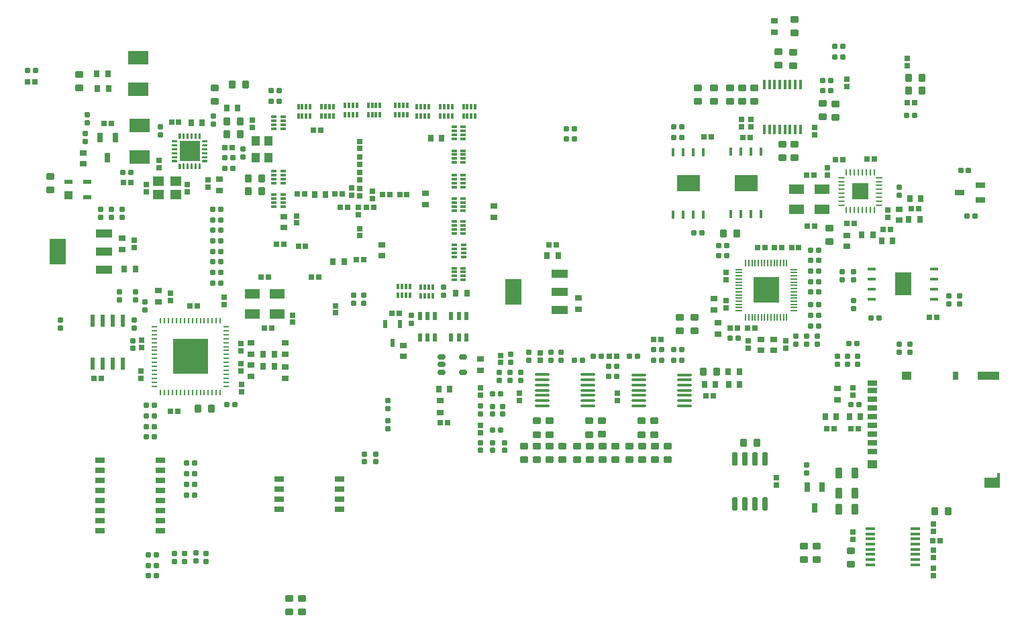
<source format=gbp>
G04*
G04 #@! TF.GenerationSoftware,Altium Limited,Altium Designer,23.10.1 (27)*
G04*
G04 Layer_Color=128*
%FSLAX44Y44*%
%MOMM*%
G71*
G04*
G04 #@! TF.SameCoordinates,B86BD226-0E7F-4409-BC4F-A9AD3D2462E1*
G04*
G04*
G04 #@! TF.FilePolarity,Positive*
G04*
G01*
G75*
%ADD29R,0.6400X0.6400*%
%ADD30R,0.9500X0.7500*%
G04:AMPARAMS|DCode=39|XSize=0.6mm|YSize=0.6mm|CornerRadius=0.06mm|HoleSize=0mm|Usage=FLASHONLY|Rotation=90.000|XOffset=0mm|YOffset=0mm|HoleType=Round|Shape=RoundedRectangle|*
%AMROUNDEDRECTD39*
21,1,0.6000,0.4800,0,0,90.0*
21,1,0.4800,0.6000,0,0,90.0*
1,1,0.1200,0.2400,0.2400*
1,1,0.1200,0.2400,-0.2400*
1,1,0.1200,-0.2400,-0.2400*
1,1,0.1200,-0.2400,0.2400*
%
%ADD39ROUNDEDRECTD39*%
%ADD40R,0.7500X0.9500*%
%ADD45R,0.8000X1.0000*%
%ADD49R,0.6000X1.5500*%
G04:AMPARAMS|DCode=54|XSize=0.6mm|YSize=0.6mm|CornerRadius=0.06mm|HoleSize=0mm|Usage=FLASHONLY|Rotation=180.000|XOffset=0mm|YOffset=0mm|HoleType=Round|Shape=RoundedRectangle|*
%AMROUNDEDRECTD54*
21,1,0.6000,0.4800,0,0,180.0*
21,1,0.4800,0.6000,0,0,180.0*
1,1,0.1200,-0.2400,0.2400*
1,1,0.1200,0.2400,0.2400*
1,1,0.1200,0.2400,-0.2400*
1,1,0.1200,-0.2400,-0.2400*
%
%ADD54ROUNDEDRECTD54*%
G04:AMPARAMS|DCode=58|XSize=1mm|YSize=0.9mm|CornerRadius=0.1125mm|HoleSize=0mm|Usage=FLASHONLY|Rotation=0.000|XOffset=0mm|YOffset=0mm|HoleType=Round|Shape=RoundedRectangle|*
%AMROUNDEDRECTD58*
21,1,1.0000,0.6750,0,0,0.0*
21,1,0.7750,0.9000,0,0,0.0*
1,1,0.2250,0.3875,-0.3375*
1,1,0.2250,-0.3875,-0.3375*
1,1,0.2250,-0.3875,0.3375*
1,1,0.2250,0.3875,0.3375*
%
%ADD58ROUNDEDRECTD58*%
%ADD136R,0.6000X1.0000*%
%ADD137R,0.6400X0.6400*%
G04:AMPARAMS|DCode=138|XSize=1.05mm|YSize=0.6mm|CornerRadius=0.15mm|HoleSize=0mm|Usage=FLASHONLY|Rotation=180.000|XOffset=0mm|YOffset=0mm|HoleType=Round|Shape=RoundedRectangle|*
%AMROUNDEDRECTD138*
21,1,1.0500,0.3000,0,0,180.0*
21,1,0.7500,0.6000,0,0,180.0*
1,1,0.3000,-0.3750,0.1500*
1,1,0.3000,0.3750,0.1500*
1,1,0.3000,0.3750,-0.1500*
1,1,0.3000,-0.3750,-0.1500*
%
%ADD138ROUNDEDRECTD138*%
%ADD139O,2.0000X0.3500*%
G04:AMPARAMS|DCode=140|XSize=0.4mm|YSize=1.2mm|CornerRadius=0.05mm|HoleSize=0mm|Usage=FLASHONLY|Rotation=180.000|XOffset=0mm|YOffset=0mm|HoleType=Round|Shape=RoundedRectangle|*
%AMROUNDEDRECTD140*
21,1,0.4000,1.1000,0,0,180.0*
21,1,0.3000,1.2000,0,0,180.0*
1,1,0.1000,-0.1500,0.5500*
1,1,0.1000,0.1500,0.5500*
1,1,0.1000,0.1500,-0.5500*
1,1,0.1000,-0.1500,-0.5500*
%
%ADD140ROUNDEDRECTD140*%
%ADD141R,1.2000X0.6500*%
G04:AMPARAMS|DCode=142|XSize=0.8078mm|YSize=0.2393mm|CornerRadius=0.1196mm|HoleSize=0mm|Usage=FLASHONLY|Rotation=180.000|XOffset=0mm|YOffset=0mm|HoleType=Round|Shape=RoundedRectangle|*
%AMROUNDEDRECTD142*
21,1,0.8078,0.0000,0,0,180.0*
21,1,0.5686,0.2393,0,0,180.0*
1,1,0.2393,-0.2843,0.0000*
1,1,0.2393,0.2843,0.0000*
1,1,0.2393,0.2843,0.0000*
1,1,0.2393,-0.2843,0.0000*
%
%ADD142ROUNDEDRECTD142*%
G04:AMPARAMS|DCode=143|XSize=0.2393mm|YSize=0.8078mm|CornerRadius=0.1196mm|HoleSize=0mm|Usage=FLASHONLY|Rotation=180.000|XOffset=0mm|YOffset=0mm|HoleType=Round|Shape=RoundedRectangle|*
%AMROUNDEDRECTD143*
21,1,0.2393,0.5686,0,0,180.0*
21,1,0.0000,0.8078,0,0,180.0*
1,1,0.2393,0.0000,0.2843*
1,1,0.2393,0.0000,0.2843*
1,1,0.2393,0.0000,-0.2843*
1,1,0.2393,0.0000,-0.2843*
%
%ADD143ROUNDEDRECTD143*%
%ADD144R,1.9000X1.2000*%
G04:AMPARAMS|DCode=147|XSize=1.0611mm|YSize=0.3925mm|CornerRadius=0.1962mm|HoleSize=0mm|Usage=FLASHONLY|Rotation=90.000|XOffset=0mm|YOffset=0mm|HoleType=Round|Shape=RoundedRectangle|*
%AMROUNDEDRECTD147*
21,1,1.0611,0.0000,0,0,90.0*
21,1,0.6686,0.3925,0,0,90.0*
1,1,0.3925,0.0000,0.3343*
1,1,0.3925,0.0000,-0.3343*
1,1,0.3925,0.0000,-0.3343*
1,1,0.3925,0.0000,0.3343*
%
%ADD147ROUNDEDRECTD147*%
G04:AMPARAMS|DCode=149|XSize=1.0611mm|YSize=0.3925mm|CornerRadius=0.1962mm|HoleSize=0mm|Usage=FLASHONLY|Rotation=0.000|XOffset=0mm|YOffset=0mm|HoleType=Round|Shape=RoundedRectangle|*
%AMROUNDEDRECTD149*
21,1,1.0611,0.0000,0,0,0.0*
21,1,0.6686,0.3925,0,0,0.0*
1,1,0.3925,0.3343,0.0000*
1,1,0.3925,-0.3343,0.0000*
1,1,0.3925,-0.3343,0.0000*
1,1,0.3925,0.3343,0.0000*
%
%ADD149ROUNDEDRECTD149*%
%ADD150R,2.8000X1.0000*%
%ADD151R,1.2000X1.0000*%
%ADD152R,3.2000X3.2000*%
%ADD153R,0.2000X0.8500*%
%ADD154R,0.9500X0.8000*%
%ADD155C,1.1447*%
%ADD156R,1.2000X0.7000*%
G04:AMPARAMS|DCode=157|XSize=1mm|YSize=0.9mm|CornerRadius=0.1125mm|HoleSize=0mm|Usage=FLASHONLY|Rotation=270.000|XOffset=0mm|YOffset=0mm|HoleType=Round|Shape=RoundedRectangle|*
%AMROUNDEDRECTD157*
21,1,1.0000,0.6750,0,0,270.0*
21,1,0.7750,0.9000,0,0,270.0*
1,1,0.2250,-0.3375,-0.3875*
1,1,0.2250,-0.3375,0.3875*
1,1,0.2250,0.3375,0.3875*
1,1,0.2250,0.3375,-0.3875*
%
%ADD157ROUNDEDRECTD157*%
G04:AMPARAMS|DCode=158|XSize=0.4mm|YSize=1.2mm|CornerRadius=0.05mm|HoleSize=0mm|Usage=FLASHONLY|Rotation=90.000|XOffset=0mm|YOffset=0mm|HoleType=Round|Shape=RoundedRectangle|*
%AMROUNDEDRECTD158*
21,1,0.4000,1.1000,0,0,90.0*
21,1,0.3000,1.2000,0,0,90.0*
1,1,0.1000,0.5500,0.1500*
1,1,0.1000,0.5500,-0.1500*
1,1,0.1000,-0.5500,-0.1500*
1,1,0.1000,-0.5500,0.1500*
%
%ADD158ROUNDEDRECTD158*%
%ADD159R,0.6500X1.2000*%
%ADD160R,2.1500X1.0000*%
G04:AMPARAMS|DCode=161|XSize=0.65mm|YSize=1.65mm|CornerRadius=0.0488mm|HoleSize=0mm|Usage=FLASHONLY|Rotation=0.000|XOffset=0mm|YOffset=0mm|HoleType=Round|Shape=RoundedRectangle|*
%AMROUNDEDRECTD161*
21,1,0.6500,1.5525,0,0,0.0*
21,1,0.5525,1.6500,0,0,0.0*
1,1,0.0975,0.2763,-0.7763*
1,1,0.0975,-0.2763,-0.7763*
1,1,0.0975,-0.2763,0.7763*
1,1,0.0975,0.2763,0.7763*
%
%ADD161ROUNDEDRECTD161*%
%ADD162R,1.1000X1.3000*%
%ADD163R,2.5000X2.5000*%
%ADD164R,1.4000X1.2000*%
%ADD165R,1.0000X1.0000*%
%ADD166O,0.7500X0.2500*%
%ADD167R,4.5000X4.5000*%
%ADD168O,0.2500X0.7500*%
%ADD169R,0.6500X0.3000*%
%ADD170R,0.3000X0.6500*%
%ADD171R,0.6400X0.9200*%
%ADD172R,2.1500X3.2500*%
%ADD173R,0.3925X1.0611*%
%ADD174R,1.0611X0.3925*%
%ADD175R,0.8078X0.2393*%
%ADD176C,0.2520*%
%ADD177R,1.2700X0.7600*%
%ADD178R,0.8500X0.2000*%
%ADD179R,2.5000X1.7000*%
%ADD180R,1.0000X0.6000*%
G04:AMPARAMS|DCode=181|XSize=1.3mm|YSize=0.8mm|CornerRadius=0.1mm|HoleSize=0mm|Usage=FLASHONLY|Rotation=90.000|XOffset=0mm|YOffset=0mm|HoleType=Round|Shape=RoundedRectangle|*
%AMROUNDEDRECTD181*
21,1,1.3000,0.6000,0,0,90.0*
21,1,1.1000,0.8000,0,0,90.0*
1,1,0.2000,0.3000,0.5500*
1,1,0.2000,0.3000,-0.5500*
1,1,0.2000,-0.3000,-0.5500*
1,1,0.2000,-0.3000,0.5500*
%
%ADD181ROUNDEDRECTD181*%
%ADD182R,0.9200X0.6400*%
%ADD214R,2.9724X2.0724*%
%ADD215R,2.0724X2.9724*%
%ADD216R,2.0239X2.0239*%
G36*
X633280Y887807D02*
X633674Y887413D01*
X633887Y886898D01*
Y886620D01*
Y886341D01*
X633674Y885827D01*
X633280Y885433D01*
X632766Y885220D01*
X626987D01*
Y888020D01*
X632766D01*
X633280Y887807D01*
D02*
G37*
G36*
X632487Y893020D02*
X632766D01*
X633280Y892807D01*
X633674Y892413D01*
X633887Y891898D01*
Y891620D01*
Y891341D01*
X633674Y890827D01*
X633280Y890433D01*
X632766Y890220D01*
X626987D01*
Y893020D01*
X632487D01*
Y893020D01*
D02*
G37*
G36*
X633280Y897807D02*
X633674Y897413D01*
X633887Y896898D01*
Y896620D01*
Y896341D01*
X633674Y895827D01*
X633280Y895433D01*
X632766Y895220D01*
X626987D01*
Y898020D01*
X632766D01*
X633280Y897807D01*
D02*
G37*
G36*
X637556Y883532D02*
X637949Y883138D01*
X638162Y882624D01*
Y882345D01*
Y876845D01*
X635363D01*
Y882345D01*
Y882624D01*
X635576Y883138D01*
X635970Y883532D01*
X636484Y883745D01*
X637041D01*
X637556Y883532D01*
D02*
G37*
G36*
X642555D02*
X642949Y883138D01*
X643163Y882624D01*
Y882345D01*
X643163Y876845D01*
X640362D01*
Y882345D01*
Y882624D01*
X640576Y883138D01*
X640969Y883532D01*
X641484Y883745D01*
X642041D01*
X642555Y883532D01*
D02*
G37*
G36*
X647556D02*
X647949Y883138D01*
X648163Y882624D01*
Y882345D01*
Y876845D01*
X645362D01*
Y882345D01*
Y882624D01*
X645576Y883138D01*
X645969Y883532D01*
X646484Y883745D01*
X647041D01*
X647556Y883532D01*
D02*
G37*
G36*
X633280Y902807D02*
X633674Y902413D01*
X633887Y901898D01*
Y901620D01*
Y901341D01*
X633674Y900827D01*
X633280Y900433D01*
X632766Y900220D01*
X626987D01*
Y903020D01*
X632766D01*
X633280Y902807D01*
D02*
G37*
G36*
Y907807D02*
X633674Y907413D01*
X633887Y906898D01*
Y906620D01*
Y906341D01*
X633674Y905827D01*
X633280Y905433D01*
X632766Y905220D01*
X632487D01*
X626987Y905220D01*
Y908020D01*
X632766D01*
X633280Y907807D01*
D02*
G37*
G36*
Y912807D02*
X633674Y912413D01*
X633887Y911898D01*
Y911620D01*
Y911341D01*
X633674Y910827D01*
X633280Y910433D01*
X632766Y910220D01*
X626987D01*
Y913020D01*
X632766D01*
X633280Y912807D01*
D02*
G37*
G36*
X638162Y915895D02*
Y915617D01*
X637949Y915102D01*
X637556Y914708D01*
X637041Y914495D01*
X636484D01*
X635970Y914708D01*
X635576Y915102D01*
X635363Y915617D01*
Y915895D01*
Y921395D01*
X638162D01*
Y915895D01*
D02*
G37*
G36*
X643163D02*
X643163D01*
Y915617D01*
X642949Y915102D01*
X642555Y914708D01*
X642041Y914495D01*
X641484D01*
X640969Y914708D01*
X640576Y915102D01*
X640362Y915617D01*
Y915895D01*
Y921395D01*
X643163D01*
Y915895D01*
D02*
G37*
G36*
X648163D02*
Y915617D01*
X647949Y915102D01*
X647556Y914708D01*
X647041Y914495D01*
X646484D01*
X645969Y914708D01*
X645576Y915102D01*
X645362Y915617D01*
Y915895D01*
Y921395D01*
X648163D01*
Y915895D01*
D02*
G37*
G36*
X663163D02*
Y915617D01*
X662949Y915102D01*
X662555Y914708D01*
X662041Y914495D01*
X661484D01*
X660969Y914708D01*
X660576Y915102D01*
X660362Y915617D01*
Y915895D01*
Y921395D01*
X663163D01*
Y915895D01*
D02*
G37*
G36*
X658163D02*
Y915617D01*
X657949Y915102D01*
X657556Y914708D01*
X657041Y914495D01*
X656484D01*
X655969Y914708D01*
X655576Y915102D01*
X655362Y915617D01*
Y915895D01*
X655362Y921395D01*
X658163D01*
Y915895D01*
D02*
G37*
G36*
X653163D02*
Y915617D01*
X652949Y915102D01*
X652555Y914708D01*
X652041Y914495D01*
X651484D01*
X650969Y914708D01*
X650576Y915102D01*
X650362Y915617D01*
Y915895D01*
Y921395D01*
X653163D01*
Y915895D01*
D02*
G37*
G36*
X671537Y910220D02*
X665759D01*
X665245Y910433D01*
X664851Y910827D01*
X664638Y911341D01*
Y911620D01*
Y911898D01*
X664851Y912413D01*
X665245Y912807D01*
X665759Y913020D01*
X671537D01*
Y910220D01*
D02*
G37*
G36*
Y905220D02*
X666038D01*
Y905220D01*
X665759D01*
X665245Y905433D01*
X664851Y905827D01*
X664638Y906341D01*
Y906620D01*
Y906898D01*
X664851Y907413D01*
X665245Y907807D01*
X665759Y908020D01*
X671537D01*
Y905220D01*
D02*
G37*
G36*
Y900220D02*
X665759D01*
X665245Y900433D01*
X664851Y900827D01*
X664638Y901341D01*
Y901620D01*
Y901898D01*
X664851Y902413D01*
X665245Y902807D01*
X665759Y903020D01*
X671537D01*
Y900220D01*
D02*
G37*
G36*
Y895220D02*
X665759D01*
X665245Y895433D01*
X664851Y895827D01*
X664638Y896341D01*
Y896620D01*
Y896898D01*
X664851Y897413D01*
X665245Y897807D01*
X665759Y898020D01*
X671537D01*
Y895220D01*
D02*
G37*
G36*
Y890220D02*
X665759D01*
X665245Y890433D01*
X664851Y890827D01*
X664638Y891341D01*
Y891620D01*
Y891898D01*
X664851Y892413D01*
X665245Y892807D01*
X665759Y893020D01*
X666038D01*
X671537Y893020D01*
Y890220D01*
D02*
G37*
G36*
Y885220D02*
X665759D01*
X665245Y885433D01*
X664851Y885827D01*
X664638Y886341D01*
Y886620D01*
Y886898D01*
X664851Y887413D01*
X665245Y887807D01*
X665759Y888020D01*
X671537D01*
Y885220D01*
D02*
G37*
G36*
X662555Y883532D02*
X662949Y883138D01*
X663163Y882624D01*
Y882345D01*
Y876845D01*
X660362D01*
Y882345D01*
Y882624D01*
X660576Y883138D01*
X660969Y883532D01*
X661484Y883745D01*
X662041D01*
X662555Y883532D01*
D02*
G37*
G36*
X657556D02*
X657949Y883138D01*
X658163Y882624D01*
Y882345D01*
Y876845D01*
X655362D01*
Y882345D01*
X655362D01*
Y882624D01*
X655576Y883138D01*
X655969Y883532D01*
X656484Y883745D01*
X657041D01*
X657556Y883532D01*
D02*
G37*
G36*
X652555D02*
X652949Y883138D01*
X653163Y882624D01*
Y882345D01*
Y876845D01*
X650362D01*
Y882345D01*
Y882624D01*
X650576Y883138D01*
X650969Y883532D01*
X651484Y883745D01*
X652041D01*
X652555Y883532D01*
D02*
G37*
G36*
X1671350Y474346D02*
X1652350D01*
Y487346D01*
X1666350D01*
X1667850Y488846D01*
Y492846D01*
X1671350D01*
Y474346D01*
D02*
G37*
D29*
X1453725Y869139D02*
D03*
Y878339D02*
D03*
X728000Y938600D02*
D03*
Y929400D02*
D03*
X864000Y862730D02*
D03*
Y871930D02*
D03*
Y842400D02*
D03*
Y851600D02*
D03*
X854000Y843400D02*
D03*
Y852600D02*
D03*
X861963Y819360D02*
D03*
Y828560D02*
D03*
X1065324Y584600D02*
D03*
X1188720Y584680D02*
D03*
X1554480Y1016000D02*
D03*
X1478280Y990120D02*
D03*
X1437640Y929160D02*
D03*
X1357652Y939320D02*
D03*
X1345473D02*
D03*
X1530350Y825020D02*
D03*
X880000Y839400D02*
D03*
X1485900Y600776D02*
D03*
X1401587Y659920D02*
D03*
X1354370Y650720D02*
D03*
X1485900Y409420D02*
D03*
X1587500Y363700D02*
D03*
X1389380Y478000D02*
D03*
X1325880Y737080D02*
D03*
Y701520D02*
D03*
X864000Y902400D02*
D03*
Y891600D02*
D03*
Y801600D02*
D03*
X784000Y808480D02*
D03*
X610870Y878050D02*
D03*
X672467Y853534D02*
D03*
X646430Y856770D02*
D03*
X594795Y847570D02*
D03*
X579000Y786600D02*
D03*
X833000Y704200D02*
D03*
X779331Y683177D02*
D03*
X693000Y714600D02*
D03*
X714000Y647400D02*
D03*
Y622000D02*
D03*
X715000Y595800D02*
D03*
X625000Y719600D02*
D03*
X589000Y660600D02*
D03*
X588000Y612400D02*
D03*
X1485900Y591576D02*
D03*
X1530350Y815820D02*
D03*
X1478280Y980920D02*
D03*
X1554480Y1006800D02*
D03*
X693000Y705400D02*
D03*
X589000Y651400D02*
D03*
X715000Y605000D02*
D03*
X588000Y621600D02*
D03*
X1016000Y544196D02*
D03*
X784000Y817679D02*
D03*
X880000Y848600D02*
D03*
X1016000Y590945D02*
D03*
X1091578Y635480D02*
D03*
X1041400Y641585D02*
D03*
X625000Y710400D02*
D03*
X864000Y792400D02*
D03*
Y911600D02*
D03*
Y882400D02*
D03*
X1389380Y487200D02*
D03*
X1485900Y418620D02*
D03*
X1325880Y710720D02*
D03*
Y746280D02*
D03*
X1016000Y553396D02*
D03*
X1091578Y644680D02*
D03*
X1016000Y600144D02*
D03*
X1041400Y632385D02*
D03*
X779331Y692377D02*
D03*
X1401587Y650720D02*
D03*
X1354370Y659920D02*
D03*
X833000Y695000D02*
D03*
X1345473Y930120D02*
D03*
X1357652D02*
D03*
X1437640Y919960D02*
D03*
X579000Y777400D02*
D03*
X1587500Y419580D02*
D03*
Y428780D02*
D03*
Y395760D02*
D03*
Y386560D02*
D03*
Y372900D02*
D03*
X1065324Y593800D02*
D03*
X1188720Y593880D02*
D03*
X714000Y656600D02*
D03*
Y631200D02*
D03*
X646430Y847570D02*
D03*
X594795Y856770D02*
D03*
X610870Y887250D02*
D03*
X672467Y862735D02*
D03*
D30*
X1016000Y636920D02*
D03*
X919000Y640000D02*
D03*
X1386840Y1049640D02*
D03*
X1544320Y826150D02*
D03*
X947000Y846000D02*
D03*
X1033000Y830000D02*
D03*
X1478280Y779130D02*
D03*
X1466850Y599578D02*
D03*
X892000Y767000D02*
D03*
X1310640Y699120D02*
D03*
X1315720Y668640D02*
D03*
X1140000Y714000D02*
D03*
X768000Y802482D02*
D03*
X514682Y883270D02*
D03*
X686816Y849488D02*
D03*
X564000Y789000D02*
D03*
X769620Y657240D02*
D03*
X726440Y615300D02*
D03*
Y643240D02*
D03*
X769620Y612760D02*
D03*
X610000Y723000D02*
D03*
X1466850Y585578D02*
D03*
X1544320Y812150D02*
D03*
X947000Y832000D02*
D03*
X1478280Y793130D02*
D03*
X768000Y816481D02*
D03*
X1033000Y816000D02*
D03*
X769620Y626760D02*
D03*
Y643240D02*
D03*
X1140000Y700000D02*
D03*
X1310640Y713120D02*
D03*
X892000Y781000D02*
D03*
X919000Y654000D02*
D03*
X1315720Y682640D02*
D03*
X1386840Y1063640D02*
D03*
X564000Y775000D02*
D03*
X1016000Y622920D02*
D03*
X610000Y709000D02*
D03*
X726440Y657240D02*
D03*
Y629300D02*
D03*
X686816Y863488D02*
D03*
X514682Y897270D02*
D03*
D39*
X1124590Y927689D02*
D03*
X1134590D02*
D03*
Y914400D02*
D03*
X1124590D02*
D03*
X1178165Y627968D02*
D03*
X1158320Y640080D02*
D03*
X1269920Y635351D02*
D03*
Y648639D02*
D03*
X1473120Y1017952D02*
D03*
X1564080Y944484D02*
D03*
X703500Y877392D02*
D03*
X565230Y872364D02*
D03*
X454580Y1000760D02*
D03*
X1632000Y875000D02*
D03*
X1622000D02*
D03*
X1640000Y817000D02*
D03*
X1630000D02*
D03*
X688345Y732766D02*
D03*
X678345D02*
D03*
Y746055D02*
D03*
X688345D02*
D03*
X678345Y759343D02*
D03*
X688345D02*
D03*
X678345Y772632D02*
D03*
X688345D02*
D03*
X678505Y785920D02*
D03*
X688505D02*
D03*
X678345Y799209D02*
D03*
X688345D02*
D03*
X678345Y812497D02*
D03*
X688345D02*
D03*
X678345Y825786D02*
D03*
X688345D02*
D03*
X604440Y578399D02*
D03*
X594440D02*
D03*
X604440Y565110D02*
D03*
X594440D02*
D03*
X604440Y551768D02*
D03*
X594440D02*
D03*
X604440Y538480D02*
D03*
X594440D02*
D03*
X655320Y505460D02*
D03*
X645320D02*
D03*
X655240Y492172D02*
D03*
X645240D02*
D03*
X655320Y478883D02*
D03*
X645320D02*
D03*
X655240Y464820D02*
D03*
X645240D02*
D03*
X607060Y363220D02*
D03*
X597060D02*
D03*
X606980Y376508D02*
D03*
X596980D02*
D03*
X606980Y389797D02*
D03*
X596980D02*
D03*
X1490900Y656035D02*
D03*
X1480900D02*
D03*
X1493440Y579120D02*
D03*
X1483440D02*
D03*
X1554080Y944484D02*
D03*
X1168320Y640080D02*
D03*
X1442640Y761226D02*
D03*
X1432640D02*
D03*
X703500Y890680D02*
D03*
X693500D02*
D03*
X1518840Y688366D02*
D03*
X1442640Y692057D02*
D03*
X1285320Y796306D02*
D03*
X1259920Y929640D02*
D03*
Y916234D02*
D03*
X751920Y962072D02*
D03*
X1331040Y662906D02*
D03*
X1031320Y546810D02*
D03*
X1234520Y648639D02*
D03*
X1031320Y592530D02*
D03*
X1442640Y678768D02*
D03*
X1259920Y648639D02*
D03*
X1204040Y640351D02*
D03*
X1508840Y688366D02*
D03*
X1341040Y662906D02*
D03*
X761920Y975360D02*
D03*
X751920D02*
D03*
X761920Y962072D02*
D03*
X1317070Y780368D02*
D03*
X1327070D02*
D03*
X1442640Y774514D02*
D03*
X1432640D02*
D03*
X1317150Y767080D02*
D03*
X1327150D02*
D03*
X1442640Y747937D02*
D03*
X1432640D02*
D03*
X1442560Y734649D02*
D03*
X1432560D02*
D03*
X1269920Y916234D02*
D03*
X1442560Y721360D02*
D03*
X1432560D02*
D03*
X1442640Y705346D02*
D03*
X1432640D02*
D03*
X1269920Y929640D02*
D03*
X1432640Y692057D02*
D03*
X1295320Y796306D02*
D03*
X1432640Y678768D02*
D03*
X1473120Y1031240D02*
D03*
X1463120D02*
D03*
Y1017952D02*
D03*
X1447880Y975360D02*
D03*
X1457880D02*
D03*
X1447880Y988649D02*
D03*
X1457880D02*
D03*
X1244520Y648639D02*
D03*
X1234600Y635351D02*
D03*
X1244600D02*
D03*
X1259920D02*
D03*
X1214040Y640351D02*
D03*
X1145031Y635472D02*
D03*
X1135032D02*
D03*
X1178165Y614680D02*
D03*
X1188165D02*
D03*
Y627968D02*
D03*
X1041320Y546810D02*
D03*
Y592530D02*
D03*
X696040Y579120D02*
D03*
X706040D02*
D03*
X575230Y872364D02*
D03*
X693500Y877392D02*
D03*
X444580Y1000760D02*
D03*
D40*
X977280Y598869D02*
D03*
X1312645Y604496D02*
D03*
X1557640Y839470D02*
D03*
X967120Y915670D02*
D03*
X1536080Y785760D02*
D03*
X1343040Y604496D02*
D03*
X1481440Y563880D02*
D03*
X1450960D02*
D03*
X1114000Y767000D02*
D03*
X998870Y719563D02*
D03*
X821000Y844000D02*
D03*
X710100Y953180D02*
D03*
X664860Y934720D02*
D03*
X532100Y996950D02*
D03*
X532750Y977900D02*
D03*
X829921Y760000D02*
D03*
X581000Y750000D02*
D03*
X1571640Y839470D02*
D03*
X1522080Y785760D02*
D03*
X1100000Y767000D02*
D03*
X843921Y760000D02*
D03*
X984870Y719563D02*
D03*
X1464960Y563880D02*
D03*
X1495440D02*
D03*
X953120Y915670D02*
D03*
X807000Y844000D02*
D03*
X567000Y750000D02*
D03*
X1329040Y604496D02*
D03*
X1298645Y604496D02*
D03*
X963280Y598869D02*
D03*
X696100Y953180D02*
D03*
X650860Y934720D02*
D03*
X546100Y996950D02*
D03*
X546750Y977900D02*
D03*
D45*
X1615850Y615846D02*
D03*
D49*
X527050Y684860D02*
D03*
X539750D02*
D03*
X552450D02*
D03*
X565150D02*
D03*
X552450Y630860D02*
D03*
X527050D02*
D03*
X539750D02*
D03*
X565150D02*
D03*
D54*
X593000Y699000D02*
D03*
Y709000D02*
D03*
X929000Y692000D02*
D03*
Y682000D02*
D03*
X899160Y548720D02*
D03*
X1031240Y521490D02*
D03*
X1016000D02*
D03*
X1031240Y567210D02*
D03*
X1016000Y567290D02*
D03*
X1053512Y609680D02*
D03*
X1040223D02*
D03*
X1118188Y635472D02*
D03*
X1076960D02*
D03*
X1544320Y843360D02*
D03*
X1427480Y502840D02*
D03*
X716788Y901907D02*
D03*
X520000Y945000D02*
D03*
X486000Y676000D02*
D03*
Y686000D02*
D03*
X560796Y721608D02*
D03*
X560796Y711608D02*
D03*
X580810Y711280D02*
D03*
Y721280D02*
D03*
X550592Y825565D02*
D03*
Y815565D02*
D03*
X563880Y825420D02*
D03*
Y815420D02*
D03*
X537303Y825565D02*
D03*
Y815565D02*
D03*
X969556Y717630D02*
D03*
Y727630D02*
D03*
X884000Y517000D02*
D03*
Y507000D02*
D03*
X870000Y517000D02*
D03*
Y507000D02*
D03*
X579120Y675720D02*
D03*
Y685720D02*
D03*
X1466850Y640000D02*
D03*
Y630000D02*
D03*
X1479550Y640000D02*
D03*
Y630000D02*
D03*
X1492250Y640000D02*
D03*
Y630000D02*
D03*
X1544320Y655240D02*
D03*
Y645240D02*
D03*
X1558290Y645160D02*
D03*
Y655160D02*
D03*
X1544320Y853360D02*
D03*
X630000Y391000D02*
D03*
Y381000D02*
D03*
X643000Y391000D02*
D03*
Y381000D02*
D03*
X657000Y392000D02*
D03*
Y382000D02*
D03*
X670000Y381000D02*
D03*
Y391000D02*
D03*
X1487186Y710263D02*
D03*
Y700263D02*
D03*
X716788Y891907D02*
D03*
X1016000Y531490D02*
D03*
X1487170Y746680D02*
D03*
X1016000Y577290D02*
D03*
X1104900Y635472D02*
D03*
X869259Y717062D02*
D03*
X855971Y716982D02*
D03*
X1054134Y642969D02*
D03*
X1607114Y706200D02*
D03*
X1472635Y746765D02*
D03*
X1414321Y655320D02*
D03*
X1076960Y645472D02*
D03*
X1620520Y706200D02*
D03*
X1440898Y655320D02*
D03*
X1040223Y619680D02*
D03*
X1427609Y655480D02*
D03*
X899160Y558720D02*
D03*
X1427480Y492840D02*
D03*
X855971Y706982D02*
D03*
X869259Y707062D02*
D03*
X1472635Y736765D02*
D03*
X1487170Y736680D02*
D03*
X1620520Y716200D02*
D03*
X1607114D02*
D03*
X1414321Y665320D02*
D03*
X1440898D02*
D03*
X1427609Y665480D02*
D03*
X1118188Y645472D02*
D03*
X1104900D02*
D03*
X1066800Y619680D02*
D03*
Y609680D02*
D03*
X1054134Y632969D02*
D03*
X1031240Y577210D02*
D03*
X1053512Y619680D02*
D03*
X1044529Y567210D02*
D03*
Y577210D02*
D03*
X1031240Y531490D02*
D03*
X1046480Y521490D02*
D03*
Y531490D02*
D03*
X899160Y584040D02*
D03*
Y574040D02*
D03*
X577810Y650105D02*
D03*
Y660105D02*
D03*
X679450Y933610D02*
D03*
Y943610D02*
D03*
X612140Y919560D02*
D03*
Y929560D02*
D03*
X520000Y935000D02*
D03*
X517821Y911174D02*
D03*
Y921173D02*
D03*
D58*
X1087200Y558679D02*
D03*
X1103219D02*
D03*
X1153240D02*
D03*
X1169258Y558800D02*
D03*
X1219200Y558679D02*
D03*
X1235219D02*
D03*
X1463819Y958460D02*
D03*
X1412240Y1048140D02*
D03*
X1410415Y1024040D02*
D03*
X1391920Y1024500D02*
D03*
X1330960Y961780D02*
D03*
X680832Y978780D02*
D03*
X510000Y996000D02*
D03*
X473710Y850020D02*
D03*
X1268000Y689500D02*
D03*
Y672500D02*
D03*
X1456690Y802250D02*
D03*
Y785250D02*
D03*
X1286000Y689500D02*
D03*
Y672500D02*
D03*
X680832Y961780D02*
D03*
X1138000Y526660D02*
D03*
X1203960D02*
D03*
X1119237D02*
D03*
X1186056D02*
D03*
X774700Y317382D02*
D03*
X1424161Y383930D02*
D03*
X791090Y317382D02*
D03*
X1483360Y377580D02*
D03*
X1440180Y383930D02*
D03*
X1252016Y526660D02*
D03*
X1087200D02*
D03*
X1440180Y400930D02*
D03*
X1290320Y978780D02*
D03*
Y961780D02*
D03*
X1447800Y959731D02*
D03*
Y942730D02*
D03*
X1463819Y941460D02*
D03*
X1361440Y978780D02*
D03*
Y961780D02*
D03*
X1412240Y1065140D02*
D03*
X1310640Y961780D02*
D03*
Y978780D02*
D03*
X1410415Y1007040D02*
D03*
X1397000Y890660D02*
D03*
Y907660D02*
D03*
X1391920Y1007500D02*
D03*
X1330960Y978780D02*
D03*
X1412240Y890660D02*
D03*
Y907660D02*
D03*
X1346200Y978780D02*
D03*
Y961780D02*
D03*
X1235219Y541679D02*
D03*
X1219200D02*
D03*
X1219979Y509660D02*
D03*
Y526660D02*
D03*
X1235997Y509660D02*
D03*
Y526660D02*
D03*
X1203960Y509660D02*
D03*
X1252016D02*
D03*
X1483360Y394580D02*
D03*
X1087200Y541679D02*
D03*
X1103219D02*
D03*
X1169258Y541800D02*
D03*
X1153240Y541679D02*
D03*
X1087200Y509660D02*
D03*
X1103219D02*
D03*
Y526660D02*
D03*
X1170037Y509660D02*
D03*
Y526660D02*
D03*
X1154018Y509660D02*
D03*
Y526660D02*
D03*
X1138000Y509660D02*
D03*
X1186056D02*
D03*
X1071181D02*
D03*
Y526660D02*
D03*
X1119237Y509660D02*
D03*
X791090Y334382D02*
D03*
X1424161Y400930D02*
D03*
X774700Y334382D02*
D03*
X510000Y979000D02*
D03*
X473710Y867020D02*
D03*
D136*
X896000Y681000D02*
D03*
X915000Y681000D02*
D03*
X905500Y657000D02*
D03*
X949429Y664443D02*
D03*
X988697D02*
D03*
X979197D02*
D03*
X939929Y691443D02*
D03*
X998197D02*
D03*
Y664443D02*
D03*
X958929Y691443D02*
D03*
X979197D02*
D03*
X958929Y664443D02*
D03*
X939929D02*
D03*
X949429Y691443D02*
D03*
X988697D02*
D03*
D137*
X904720Y694249D02*
D03*
X913920Y694249D02*
D03*
X1310160Y590147D02*
D03*
X1563680Y960120D02*
D03*
X1504160Y889000D02*
D03*
X1463885Y888590D02*
D03*
X1347160Y916138D02*
D03*
X1559560Y826770D02*
D03*
X1533680Y800108D02*
D03*
X1437160Y869188D02*
D03*
X1487960Y807720D02*
D03*
X1428440Y804893D02*
D03*
X1307620Y916940D02*
D03*
X892901Y844000D02*
D03*
X923424D02*
D03*
X786400Y779000D02*
D03*
X872514Y828195D02*
D03*
X1417843Y777240D02*
D03*
X1582900Y689610D02*
D03*
X1387320Y777240D02*
D03*
X1365974D02*
D03*
X1353030Y675640D02*
D03*
X1595910Y407670D02*
D03*
X1483840Y548640D02*
D03*
X1453360D02*
D03*
X1111600Y781000D02*
D03*
X868600Y762000D02*
D03*
X1331440Y675640D02*
D03*
X974880Y556580D02*
D03*
X805660Y925830D02*
D03*
X785400Y845000D02*
D03*
X703100Y903413D02*
D03*
X848600Y828000D02*
D03*
X841600Y845000D02*
D03*
X768340Y781590D02*
D03*
X626370Y935990D02*
D03*
X454180Y986790D02*
D03*
X565630Y859631D02*
D03*
X812320Y740410D02*
D03*
X748600Y740000D02*
D03*
X658600Y704000D02*
D03*
X743400Y675704D02*
D03*
X538000Y612140D02*
D03*
X634200Y571000D02*
D03*
X444980Y986790D02*
D03*
X1478760Y807720D02*
D03*
X1568760Y826770D02*
D03*
X1513360Y889000D02*
D03*
X1554480Y960120D02*
D03*
X649400Y704000D02*
D03*
X625000Y571000D02*
D03*
X1102400Y781000D02*
D03*
X1298420Y916940D02*
D03*
X1524480Y800108D02*
D03*
X693900Y903413D02*
D03*
X795600Y779000D02*
D03*
X859400Y762000D02*
D03*
X1473085Y888590D02*
D03*
X1179040Y640702D02*
D03*
X832400Y845000D02*
D03*
X902101Y844000D02*
D03*
X881714Y828195D02*
D03*
X839400Y828000D02*
D03*
X528800Y612140D02*
D03*
X759140Y781590D02*
D03*
X794600Y845000D02*
D03*
X914224Y844000D02*
D03*
X814860Y925830D02*
D03*
X1462560Y548640D02*
D03*
X1375174Y777240D02*
D03*
X1356360Y916138D02*
D03*
X1408642Y777240D02*
D03*
X1340640Y675640D02*
D03*
X1493040Y548640D02*
D03*
X1592100Y689610D02*
D03*
X1234920Y661373D02*
D03*
X1244120D02*
D03*
X1188240Y640702D02*
D03*
X803120Y740410D02*
D03*
X1362230Y675640D02*
D03*
X1396520Y777240D02*
D03*
X1427960Y869188D02*
D03*
X1586710Y407670D02*
D03*
X1300960Y590147D02*
D03*
X965680Y556580D02*
D03*
X1437640Y804893D02*
D03*
X739400Y740000D02*
D03*
X752600Y675704D02*
D03*
X574830Y859631D02*
D03*
X635569Y935990D02*
D03*
X550700Y934280D02*
D03*
X541500D02*
D03*
D138*
X966940Y629920D02*
D03*
Y620420D02*
D03*
X966940Y639420D02*
D03*
X993940Y639420D02*
D03*
X993940Y620420D02*
D03*
D139*
X1151680Y597569D02*
D03*
X1273792Y610447D02*
D03*
Y597447D02*
D03*
Y584447D02*
D03*
Y616947D02*
D03*
Y603947D02*
D03*
Y590947D02*
D03*
Y577947D02*
D03*
X1215791Y616947D02*
D03*
X1215791Y610447D02*
D03*
X1215791Y603947D02*
D03*
X1215791Y597447D02*
D03*
X1215791Y590947D02*
D03*
X1215791Y584447D02*
D03*
X1215791Y577947D02*
D03*
X1093680Y578069D02*
D03*
X1093680Y584569D02*
D03*
X1093680Y591069D02*
D03*
X1093680Y597569D02*
D03*
X1093680Y604068D02*
D03*
X1093680Y610569D02*
D03*
X1093680Y617068D02*
D03*
X1151680Y578069D02*
D03*
Y584569D02*
D03*
Y591068D02*
D03*
Y604068D02*
D03*
Y610569D02*
D03*
Y617068D02*
D03*
D140*
X1419750Y983540D02*
D03*
X1374250D02*
D03*
X1380750D02*
D03*
X1387250D02*
D03*
X1393750D02*
D03*
X1400250D02*
D03*
X1406750D02*
D03*
X1413250D02*
D03*
X1374250Y926540D02*
D03*
X1380750D02*
D03*
X1387250D02*
D03*
X1393750D02*
D03*
X1400250D02*
D03*
X1406750D02*
D03*
X1413250D02*
D03*
X1419750D02*
D03*
D141*
X1647000Y837500D02*
D03*
X1621000Y847000D02*
D03*
X1647000Y856500D02*
D03*
D142*
X1519191Y850860D02*
D03*
Y830860D02*
D03*
X1471688Y865860D02*
D03*
Y855860D02*
D03*
Y835860D02*
D03*
X1519191Y845860D02*
D03*
X1471688Y860860D02*
D03*
X1519191Y855860D02*
D03*
X1471688Y840860D02*
D03*
X1519191Y860860D02*
D03*
Y840860D02*
D03*
Y835860D02*
D03*
X1471688Y830860D02*
D03*
Y845860D02*
D03*
Y850860D02*
D03*
D143*
X1497940Y872112D02*
D03*
X1492940Y824608D02*
D03*
X1482940Y872112D02*
D03*
X1477940D02*
D03*
X1502940D02*
D03*
X1487940D02*
D03*
X1492940D02*
D03*
X1507940D02*
D03*
X1512940Y824608D02*
D03*
X1507940D02*
D03*
X1502940D02*
D03*
X1497940D02*
D03*
X1487940D02*
D03*
X1482940D02*
D03*
X1477940D02*
D03*
X1512940Y872112D02*
D03*
D144*
X1447280Y850992D02*
D03*
X1415280Y825992D02*
D03*
X760000Y718901D02*
D03*
X728000Y693901D02*
D03*
X1415280Y850992D02*
D03*
X1447280Y825992D02*
D03*
X728000Y718901D02*
D03*
X760000Y693901D02*
D03*
D147*
X1332230Y819724D02*
D03*
X1259212Y819265D02*
D03*
X1284612Y897775D02*
D03*
X1271911D02*
D03*
X1259212D02*
D03*
X1271911Y819265D02*
D03*
X1284612D02*
D03*
X1297312Y897775D02*
D03*
X1370330Y898234D02*
D03*
X1357630D02*
D03*
X1344930D02*
D03*
X1332230D02*
D03*
X1344930Y819724D02*
D03*
X1357630D02*
D03*
D149*
X1510145Y750570D02*
D03*
Y737870D02*
D03*
Y725170D02*
D03*
X1588655D02*
D03*
Y737870D02*
D03*
Y750570D02*
D03*
Y712470D02*
D03*
D150*
X1657350Y615846D02*
D03*
D151*
X1553850D02*
D03*
X1510850Y504346D02*
D03*
D152*
X1376680Y723739D02*
D03*
D153*
X1386680Y689239D02*
D03*
X1350680D02*
D03*
X1374680Y758239D02*
D03*
X1370680D02*
D03*
X1354680D02*
D03*
X1350680D02*
D03*
X1374680Y689239D02*
D03*
X1402680Y758239D02*
D03*
X1398680D02*
D03*
X1394680D02*
D03*
X1390680D02*
D03*
X1386680D02*
D03*
X1382680D02*
D03*
X1378680D02*
D03*
X1366680D02*
D03*
X1362680D02*
D03*
X1358680D02*
D03*
X1354680Y689239D02*
D03*
X1358680D02*
D03*
X1362680D02*
D03*
X1366680D02*
D03*
X1370680D02*
D03*
X1378680D02*
D03*
X1382680D02*
D03*
X1390680D02*
D03*
X1394680D02*
D03*
X1398680D02*
D03*
X1402680D02*
D03*
D154*
X1386229Y661071D02*
D03*
X1369729Y648072D02*
D03*
Y661071D02*
D03*
X1386229Y648072D02*
D03*
D155*
X1664991Y480706D02*
D03*
D156*
X1510850Y574846D02*
D03*
Y606346D02*
D03*
Y552846D02*
D03*
Y519846D02*
D03*
Y530846D02*
D03*
Y541846D02*
D03*
Y563846D02*
D03*
Y585846D02*
D03*
Y596846D02*
D03*
D157*
X1606160Y444500D02*
D03*
X659520Y574040D02*
D03*
X1573140Y975360D02*
D03*
X1556140D02*
D03*
X1573140Y991379D02*
D03*
X1556140D02*
D03*
X740500Y848343D02*
D03*
X702700Y982980D02*
D03*
X719700D02*
D03*
X723500Y848343D02*
D03*
Y864361D02*
D03*
X740500D02*
D03*
X1339280Y795400D02*
D03*
X1322280D02*
D03*
X1589160Y444500D02*
D03*
X1314060Y620764D02*
D03*
X1297060D02*
D03*
X1364860Y530860D02*
D03*
X1347860D02*
D03*
X676520Y574040D02*
D03*
X696350Y936911D02*
D03*
X713350D02*
D03*
X713383Y920892D02*
D03*
X696384D02*
D03*
D158*
X1508200Y409800D02*
D03*
Y390300D02*
D03*
Y377300D02*
D03*
Y416300D02*
D03*
X1508200Y383800D02*
D03*
X1508200Y396800D02*
D03*
Y403300D02*
D03*
Y422800D02*
D03*
X1565200Y377300D02*
D03*
X1565200Y383800D02*
D03*
X1565200Y390300D02*
D03*
Y396800D02*
D03*
Y403300D02*
D03*
Y409800D02*
D03*
Y416300D02*
D03*
Y422800D02*
D03*
D159*
X1447140Y475280D02*
D03*
X545725Y890681D02*
D03*
X555225Y916681D02*
D03*
X536225D02*
D03*
X1428140Y475280D02*
D03*
X1437640Y449280D02*
D03*
D160*
X1116370Y744360D02*
D03*
X541541Y795162D02*
D03*
X1116370Y698360D02*
D03*
Y721360D02*
D03*
X541541Y749161D02*
D03*
Y772161D02*
D03*
D161*
X1337207Y510850D02*
D03*
X1375307Y454350D02*
D03*
Y510850D02*
D03*
X1362607Y454350D02*
D03*
X1349907D02*
D03*
X1337207D02*
D03*
X1349907Y510850D02*
D03*
X1362607D02*
D03*
D162*
X748660Y891200D02*
D03*
X732160D02*
D03*
Y912200D02*
D03*
X748660D02*
D03*
D163*
X649262Y899120D02*
D03*
D164*
X631600Y861271D02*
D03*
X609600Y844270D02*
D03*
Y861271D02*
D03*
X631600Y844270D02*
D03*
D165*
X496000Y843400D02*
D03*
D166*
X695490Y677580D02*
D03*
Y657580D02*
D03*
Y632580D02*
D03*
Y627580D02*
D03*
Y617580D02*
D03*
Y607580D02*
D03*
X604990Y672580D02*
D03*
Y612580D02*
D03*
Y677580D02*
D03*
Y667580D02*
D03*
Y662580D02*
D03*
Y657580D02*
D03*
Y652580D02*
D03*
Y642580D02*
D03*
Y637580D02*
D03*
Y632580D02*
D03*
Y627580D02*
D03*
Y622580D02*
D03*
Y617580D02*
D03*
Y607580D02*
D03*
Y602580D02*
D03*
X695490D02*
D03*
Y612580D02*
D03*
Y622580D02*
D03*
Y637580D02*
D03*
Y642580D02*
D03*
Y647580D02*
D03*
Y652580D02*
D03*
Y662580D02*
D03*
Y667580D02*
D03*
Y672580D02*
D03*
X604990Y647580D02*
D03*
D167*
X650240Y640080D02*
D03*
D168*
X647740Y594830D02*
D03*
X622740Y685330D02*
D03*
X687740D02*
D03*
X682740D02*
D03*
X677740D02*
D03*
X672740D02*
D03*
X667740D02*
D03*
X662740D02*
D03*
X657740D02*
D03*
X652740D02*
D03*
X642740D02*
D03*
X637740D02*
D03*
X632740D02*
D03*
X627740D02*
D03*
X612740D02*
D03*
Y594830D02*
D03*
X622740D02*
D03*
X627740D02*
D03*
X632740D02*
D03*
X637740D02*
D03*
X642740D02*
D03*
X652740D02*
D03*
X657740D02*
D03*
X662740D02*
D03*
X667740D02*
D03*
X677740D02*
D03*
X682740D02*
D03*
X687740D02*
D03*
X647740Y685330D02*
D03*
X617740D02*
D03*
Y594830D02*
D03*
X672740D02*
D03*
D169*
X755650Y829390D02*
D03*
Y834390D02*
D03*
X755650Y839390D02*
D03*
Y844390D02*
D03*
X767150Y829390D02*
D03*
Y834390D02*
D03*
Y839390D02*
D03*
Y844390D02*
D03*
Y873679D02*
D03*
Y868679D02*
D03*
Y863679D02*
D03*
Y858679D02*
D03*
X755650Y873679D02*
D03*
Y868679D02*
D03*
X755650Y863679D02*
D03*
Y858679D02*
D03*
Y927180D02*
D03*
Y932180D02*
D03*
X755650Y937180D02*
D03*
Y942180D02*
D03*
X767150Y927180D02*
D03*
Y932180D02*
D03*
Y937180D02*
D03*
Y942180D02*
D03*
X994480Y914480D02*
D03*
Y919480D02*
D03*
Y924480D02*
D03*
Y929480D02*
D03*
X982980Y914480D02*
D03*
Y929480D02*
D03*
Y924480D02*
D03*
Y919480D02*
D03*
X994480Y884757D02*
D03*
Y889757D02*
D03*
Y894757D02*
D03*
Y899757D02*
D03*
X982980Y889757D02*
D03*
Y894757D02*
D03*
Y884757D02*
D03*
Y899757D02*
D03*
X994480Y853756D02*
D03*
Y858756D02*
D03*
Y863756D02*
D03*
Y868756D02*
D03*
X982980Y863756D02*
D03*
Y868756D02*
D03*
Y858756D02*
D03*
Y853756D02*
D03*
X994480Y824467D02*
D03*
Y829467D02*
D03*
X994480Y834467D02*
D03*
X994480Y839467D02*
D03*
X982980Y824467D02*
D03*
Y829467D02*
D03*
Y839467D02*
D03*
Y834467D02*
D03*
X994480Y795179D02*
D03*
Y800179D02*
D03*
Y805179D02*
D03*
Y810179D02*
D03*
X982980Y810179D02*
D03*
Y795179D02*
D03*
Y800179D02*
D03*
Y805179D02*
D03*
X994908Y780890D02*
D03*
Y775890D02*
D03*
X994908Y770890D02*
D03*
Y765890D02*
D03*
X983408Y770890D02*
D03*
Y765890D02*
D03*
Y775890D02*
D03*
Y780890D02*
D03*
X982980Y736601D02*
D03*
Y741601D02*
D03*
Y746601D02*
D03*
Y751601D02*
D03*
X994480Y736601D02*
D03*
Y741601D02*
D03*
Y746601D02*
D03*
Y751601D02*
D03*
D170*
X801389Y955040D02*
D03*
X796389D02*
D03*
X791389D02*
D03*
X786389D02*
D03*
X791389Y943540D02*
D03*
X786389D02*
D03*
X801389D02*
D03*
X796389D02*
D03*
X815677Y955040D02*
D03*
X820677D02*
D03*
X825677Y955040D02*
D03*
X830677D02*
D03*
X815677Y943540D02*
D03*
X820677D02*
D03*
X825677D02*
D03*
X830677D02*
D03*
X860000Y956655D02*
D03*
X855000D02*
D03*
X850000D02*
D03*
X845000D02*
D03*
X855000Y945155D02*
D03*
X850000D02*
D03*
X845000D02*
D03*
X860000Y945155D02*
D03*
X889469Y956655D02*
D03*
X884469D02*
D03*
X879469D02*
D03*
X874469D02*
D03*
X884469Y945155D02*
D03*
X879469D02*
D03*
X874469D02*
D03*
X889469D02*
D03*
X924049D02*
D03*
X909049D02*
D03*
X914049D02*
D03*
X919049D02*
D03*
X909049Y956655D02*
D03*
X914049D02*
D03*
X919049Y956655D02*
D03*
X924049D02*
D03*
X951070Y955040D02*
D03*
X946070D02*
D03*
X941070D02*
D03*
X936070D02*
D03*
X941070Y943540D02*
D03*
X946070D02*
D03*
X951070D02*
D03*
X936070D02*
D03*
X1009647Y955040D02*
D03*
X1004647D02*
D03*
X999647Y955040D02*
D03*
X994647D02*
D03*
X1004647Y943540D02*
D03*
X1009647Y943540D02*
D03*
X994647Y943540D02*
D03*
X999647D02*
D03*
X980359Y955040D02*
D03*
X975359D02*
D03*
X970359D02*
D03*
X965359D02*
D03*
X965359Y943540D02*
D03*
X980359Y943540D02*
D03*
X975359D02*
D03*
X970359D02*
D03*
X946230Y727710D02*
D03*
X951230D02*
D03*
X941230Y716210D02*
D03*
X946230D02*
D03*
X951230Y716210D02*
D03*
X956230Y716210D02*
D03*
Y727710D02*
D03*
X941230D02*
D03*
X911942Y717008D02*
D03*
X916941D02*
D03*
X921942D02*
D03*
X926942D02*
D03*
X911942Y728508D02*
D03*
X926942Y728508D02*
D03*
X921942D02*
D03*
X916941D02*
D03*
D171*
X1556070Y812800D02*
D03*
X1570670D02*
D03*
X1496700Y793750D02*
D03*
X1511300D02*
D03*
X756600Y627380D02*
D03*
Y642620D02*
D03*
X1328740Y620764D02*
D03*
X1343340D02*
D03*
X742000Y642620D02*
D03*
Y627380D02*
D03*
D172*
X1057870Y721360D02*
D03*
X483041Y772161D02*
D03*
D173*
X1297312Y819265D02*
D03*
X1370330Y819724D02*
D03*
D174*
X1510145Y712470D02*
D03*
D175*
X1519191Y865860D02*
D03*
D176*
X668087Y906620D02*
D03*
X630438Y886620D02*
D03*
Y891620D02*
D03*
Y896620D02*
D03*
X628387Y901620D02*
D03*
Y906620D02*
D03*
Y911620D02*
D03*
X668087D02*
D03*
Y901620D02*
D03*
X668231Y896620D02*
D03*
Y891620D02*
D03*
Y886620D02*
D03*
X636763Y917945D02*
D03*
X641762D02*
D03*
X646762D02*
D03*
X651762Y919995D02*
D03*
X656762D02*
D03*
X661762D02*
D03*
Y880295D02*
D03*
X656762D02*
D03*
X651762D02*
D03*
X646762Y880152D02*
D03*
X641762D02*
D03*
X636763D02*
D03*
D177*
X535940Y496570D02*
D03*
X762000Y447040D02*
D03*
X535940Y433070D02*
D03*
Y483870D02*
D03*
Y458470D02*
D03*
Y471170D02*
D03*
X762000Y459740D02*
D03*
X535940Y445770D02*
D03*
X762000Y485140D02*
D03*
X535940Y509270D02*
D03*
X762000Y472440D02*
D03*
X535940Y420370D02*
D03*
X612140Y509270D02*
D03*
Y496570D02*
D03*
Y483870D02*
D03*
Y471170D02*
D03*
Y458470D02*
D03*
Y445770D02*
D03*
Y433070D02*
D03*
Y420370D02*
D03*
X838200Y447040D02*
D03*
Y459740D02*
D03*
Y472440D02*
D03*
Y485140D02*
D03*
D178*
X1342180Y749739D02*
D03*
Y713739D02*
D03*
X1411180D02*
D03*
Y749739D02*
D03*
Y717739D02*
D03*
Y709739D02*
D03*
Y705739D02*
D03*
X1342180Y745739D02*
D03*
Y741739D02*
D03*
Y737739D02*
D03*
Y733739D02*
D03*
Y729738D02*
D03*
Y725739D02*
D03*
Y721739D02*
D03*
Y717739D02*
D03*
Y709739D02*
D03*
Y705739D02*
D03*
Y701739D02*
D03*
Y697739D02*
D03*
X1411180D02*
D03*
Y701739D02*
D03*
Y721739D02*
D03*
Y725739D02*
D03*
Y729738D02*
D03*
Y733739D02*
D03*
Y737739D02*
D03*
Y741739D02*
D03*
Y745739D02*
D03*
D179*
X586268Y931860D02*
D03*
Y891860D02*
D03*
X584200Y976950D02*
D03*
Y1016950D02*
D03*
D180*
X520000Y841400D02*
D03*
Y860400D02*
D03*
X496000D02*
D03*
D181*
X1468280Y467360D02*
D03*
X1488280D02*
D03*
Y447040D02*
D03*
X1468280D02*
D03*
X1488280Y492760D02*
D03*
X1468280D02*
D03*
D182*
X965200Y569600D02*
D03*
Y584200D02*
D03*
D214*
X1278262Y858521D02*
D03*
X1351281Y858980D02*
D03*
D215*
X1549403Y731521D02*
D03*
D216*
X1495440Y848360D02*
D03*
M02*

</source>
